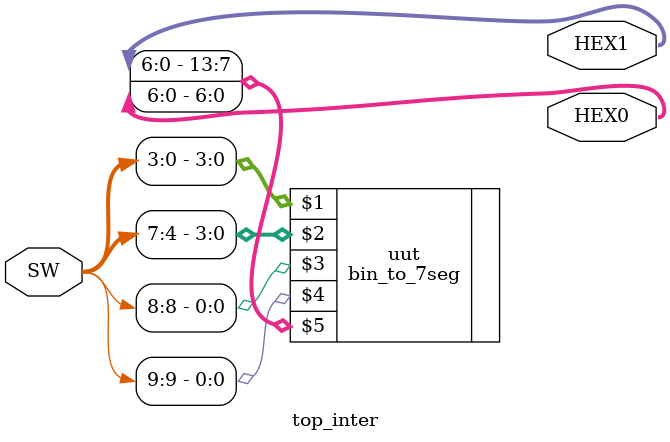
<source format=v>
module top_inter(SW,HEX0,HEX1);
input [9:0] SW;
output [6:0]HEX0,HEX1;
bin_to_7seg uut(SW[3:0],SW[7:4],SW[8],SW[9], {HEX1,HEX0});
//bin_to_7seg uut(input [3:0]a,b,input cin,en, output [13:0]seg);
//led7_decoder_cathode uut(SW[0],SW[4:1],HEX0);
endmodule
</source>
